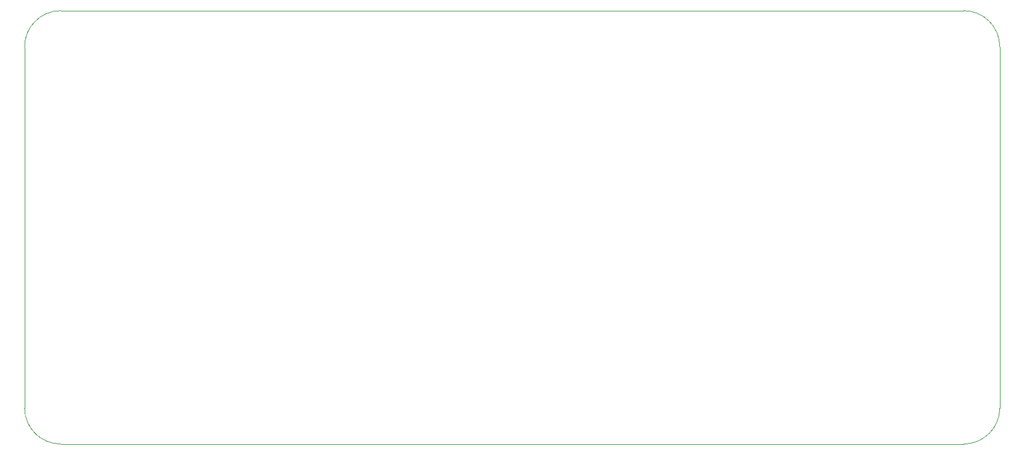
<source format=gm1>
G04 #@! TF.GenerationSoftware,KiCad,Pcbnew,8.0.7*
G04 #@! TF.CreationDate,2025-01-05T11:55:31+01:00*
G04 #@! TF.ProjectId,ADLSC,41444c53-432e-46b6-9963-61645f706362,V1.0*
G04 #@! TF.SameCoordinates,Original*
G04 #@! TF.FileFunction,Profile,NP*
%FSLAX46Y46*%
G04 Gerber Fmt 4.6, Leading zero omitted, Abs format (unit mm)*
G04 Created by KiCad (PCBNEW 8.0.7) date 2025-01-05 11:55:31*
%MOMM*%
%LPD*%
G01*
G04 APERTURE LIST*
G04 #@! TA.AperFunction,Profile*
%ADD10C,0.050000*%
G04 #@! TD*
G04 APERTURE END LIST*
D10*
X5080000Y-60960000D02*
G75*
G02*
X0Y-55880000I0J5080000D01*
G01*
X132080000Y-60960000D02*
X5080000Y-60960000D01*
X0Y-5080000D02*
G75*
G02*
X5080000Y0I5080002J-2D01*
G01*
X0Y-55880000D02*
X0Y-5080000D01*
X137160000Y-55880000D02*
G75*
G02*
X132080000Y-60960000I-5080000J0D01*
G01*
X132080000Y0D02*
G75*
G02*
X137160000Y-5080000I0J-5080000D01*
G01*
X5080000Y0D02*
X132080000Y0D01*
X137160000Y-5080000D02*
X137160000Y-55880000D01*
M02*

</source>
